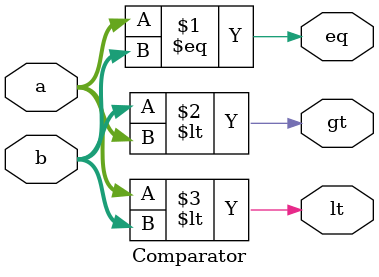
<source format=v>

`timescale 1ns/1ps 
module Comparator (
  input      [3:0]    a,
  input      [3:0]    b,
  output              eq,
  output              gt,
  output              lt
);


  assign eq = (a == b);
  assign gt = (b < a);
  assign lt = (a < b);

endmodule

</source>
